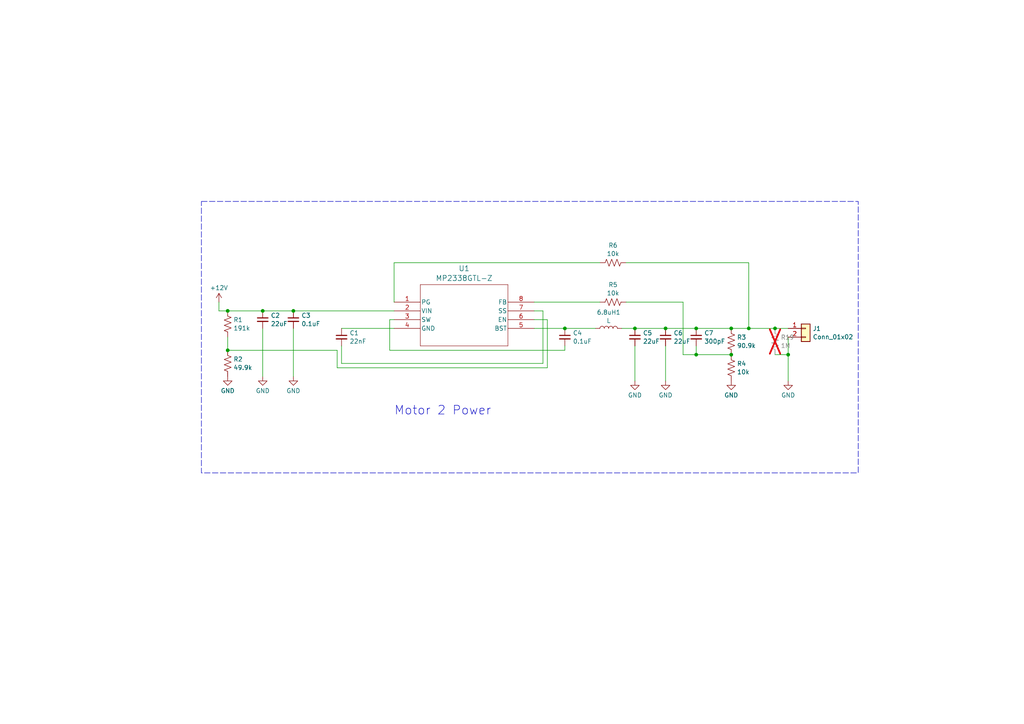
<source format=kicad_sch>
(kicad_sch (version 20230121) (generator eeschema)
  (paper "A4")
  (title_block (title "Motor 2 Power") (date "2025-02-24") (rev "v1.0") (company "By: Omkar Kulkarni"))
  (lib_symbols
    (symbol "Connector_Generic:Conn_01x02" (pin_names (offset 1.016) hide)
      (property "Reference" "J" (at 0 2.54 0))
      (property "Value" "Conn_01x02" (at 0 -5.08 0))
      (symbol "Conn_01x02_1_1"
        (rectangle (start -1.27 -2.413) (end 0 -2.667) (stroke (width 0.1524)))
        (rectangle (start -1.27 0.127) (end 0 -0.127) (stroke (width 0.1524)))
        (rectangle (start -1.27 1.27) (end 1.27 -3.81) (stroke (width 0.254)) (fill (type background)))
        (pin passive line (at -5.08 0 0) (length 3.81) (name "Pin_1") (number "1"))
        (pin passive line (at -5.08 -2.54 0) (length 3.81) (name "Pin_2") (number "2"))
      )
    )
    (symbol "Device:C_Small" (pin_numbers hide) (pin_names (offset 0.254) hide)
      (property "Reference" "C" (at 0.254 1.778 0))
      (property "Value" "C_Small" (at 0.254 -2.032 0))
      (symbol "C_Small_0_1"
        (polyline (pts (xy -1.524 -0.508) (xy 1.524 -0.508)) (stroke (width 0.3302)))
        (polyline (pts (xy -1.524 0.508) (xy 1.524 0.508)) (stroke (width 0.3048)))
      )
      (symbol "C_Small_1_1"
        (pin passive line (at 0 2.54 270) (length 2.032) (name "~") (number "1"))
        (pin passive line (at 0 -2.54 90) (length 2.032) (name "~") (number "2"))
      )
    )
    (symbol "Device:R_US" (pin_numbers hide) (pin_names (offset 0))
      (property "Reference" "R" (at 2.54 0 90))
      (property "Value" "R_US" (at -2.54 0 90))
      (symbol "R_US_0_1"
        (polyline (pts (xy 0 -2.286) (xy 0 -2.54)))
        (polyline (pts (xy 0 2.286) (xy 0 2.54)))
        (polyline (pts (xy 0 -0.762) (xy 1.016 -1.143) (xy 0 -1.524) (xy -1.016 -1.905) (xy 0 -2.286)))
        (polyline (pts (xy 0 0.762) (xy 1.016 0.381) (xy 0 0) (xy -1.016 -0.381) (xy 0 -0.762)))
        (polyline (pts (xy 0 2.286) (xy 1.016 1.905) (xy 0 1.524) (xy -1.016 1.143) (xy 0 0.762)))
      )
      (symbol "R_US_1_1"
        (pin passive line (at 0 3.81 270) (length 1.27) (name "~") (number "1"))
        (pin passive line (at 0 -3.81 90) (length 1.27) (name "~") (number "2"))
      )
    )
    (symbol "MP2338GTL-Z:MP2338GTL-Z" (pin_names (offset 0.254))
      (property "Reference" "U" (at 20.32 10.16 0))
      (property "Value" "MP2338GTL-Z" (at 20.32 7.62 0))
      (symbol "MP2338GTL-Z_0_1"
        (polyline (pts (xy 7.62 -12.7) (xy 33.02 -12.7)) (stroke (width 0.127)))
        (polyline (pts (xy 7.62 5.08) (xy 7.62 -12.7)) (stroke (width 0.127)))
        (polyline (pts (xy 33.02 -12.7) (xy 33.02 5.08)) (stroke (width 0.127)))
        (polyline (pts (xy 33.02 5.08) (xy 7.62 5.08)) (stroke (width 0.127)))
        (pin output line (at 0 0 0) (length 7.62) (name "PG") (number "1"))
        (pin power_in line (at 0 -2.54 0) (length 7.62) (name "VIN") (number "2"))
        (pin output line (at 0 -5.08 0) (length 7.62) (name "SW") (number "3"))
        (pin power_in line (at 0 -7.62 0) (length 7.62) (name "GND") (number "4"))
        (pin power_in line (at 40.64 -7.62 180) (length 7.62) (name "BST") (number "5"))
        (pin input line (at 40.64 -5.08 180) (length 7.62) (name "EN") (number "6"))
        (pin output line (at 40.64 0 180) (length 7.62) (name "FB") (number "8"))
      )
      (symbol "MP2338GTL-Z_1_1"
        (pin input line (at 40.64 -2.54 180) (length 7.62) (name "SS") (number "7"))
      )
    )
    (symbol "device:L" (pin_numbers hide) (pin_names (offset 1.016) hide)
      (property "Reference" "L" (at -1.27 0 90))
      (property "Value" "L" (at 1.905 0 90))
      (symbol "L_0_1"
        (arc (start 0 -2.54) (mid 0.6323 -1.905) (end 0 -1.27))
        (arc (start 0 -1.27) (mid 0.6323 -0.635) (end 0 0))
        (arc (start 0 0) (mid 0.6323 0.635) (end 0 1.27))
        (arc (start 0 1.27) (mid 0.6323 1.905) (end 0 2.54))
      )
      (symbol "L_1_1"
        (pin passive line (at 0 3.81 270) (length 1.27) (name "1") (number "1"))
        (pin passive line (at 0 -3.81 90) (length 1.27) (name "2") (number "2"))
      )
    )
    (symbol "power:+12V" (power) (pin_names (offset 0))
      (property "Value" "+12V" (at 0 3.556 0))
      (symbol "+12V_0_1"
        (polyline (pts (xy -0.762 1.27) (xy 0 2.54)))
        (polyline (pts (xy 0 0) (xy 0 2.54)))
        (polyline (pts (xy 0 2.54) (xy 0.762 1.27)))
      )
      (symbol "+12V_1_1"
        (pin power_in line (at 0 0 90) (length 0) hide (name "+12V") (number "1"))
      )
    )
    (symbol "power:GND" (power) (pin_names (offset 0))
      (property "Value" "GND" (at 0 -3.81 0))
      (symbol "GND_0_1"
        (polyline (pts (xy 0 0) (xy 0 -1.27) (xy 1.27 -1.27) (xy 0 -2.54) (xy -1.27 -1.27) (xy 0 -1.27)))
      )
      (symbol "GND_1_1"
        (pin power_in line (at 0 0 270) (length 0) hide (name "GND") (number "1"))
      )
    )
  )
  (junction (at 224.79 95.25))
  (junction (at 66.04 101.6))
  (junction (at 193.04 95.25))
  (junction (at 201.93 95.25))
  (junction (at 184.15 95.25))
  (junction (at 212.09 95.25))
  (junction (at 66.04 90.17))
  (junction (at 228.6 102.87))
  (junction (at 217.17 95.25))
  (junction (at 201.93 102.87))
  (junction (at 163.83 95.25))
  (junction (at 76.2 90.17))
  (junction (at 85.09 90.17))
  (junction (at 212.09 102.87))
  (wire (pts (xy 212.09 95.25) (xy 217.17 95.25)))
  (wire (pts (xy 198.12 87.63) (xy 198.12 102.87)))
  (wire (pts (xy 114.3 87.63) (xy 114.3 76.2)))
  (wire (pts (xy 228.6 102.87) (xy 228.6 110.49)))
  (wire (pts (xy 184.15 95.25) (xy 193.04 95.25)))
  (wire (pts (xy 113.03 92.71) (xy 114.3 92.71)))
  (wire (pts (xy 63.5 90.17) (xy 66.04 90.17)))
  (wire (pts (xy 158.75 106.68) (xy 158.75 92.71)))
  (wire (pts (xy 217.17 95.25) (xy 224.79 95.25)))
  (wire (pts (xy 181.61 87.63) (xy 198.12 87.63)))
  (wire (pts (xy 217.17 76.2) (xy 217.17 95.25)))
  (wire (pts (xy 63.5 87.63) (xy 63.5 90.17)))
  (wire (pts (xy 158.75 92.71) (xy 154.94 92.71)))
  (wire (pts (xy 76.2 95.25) (xy 76.2 109.22)))
  (wire (pts (xy 163.83 100.33) (xy 163.83 101.6)))
  (wire (pts (xy 201.93 102.87) (xy 212.09 102.87)))
  (wire (pts (xy 163.83 95.25) (xy 154.94 95.25)))
  (wire (pts (xy 113.03 101.6) (xy 113.03 92.71)))
  (wire (pts (xy 201.93 95.25) (xy 212.09 95.25)))
  (wire (pts (xy 66.04 90.17) (xy 76.2 90.17)))
  (wire (pts (xy 228.6 97.79) (xy 228.6 102.87)))
  (wire (pts (xy 198.12 102.87) (xy 201.93 102.87)))
  (wire (pts (xy 85.09 95.25) (xy 85.09 109.22)))
  (wire (pts (xy 224.79 95.25) (xy 228.6 95.25)))
  (wire (pts (xy 76.2 90.17) (xy 85.09 90.17)))
  (wire (pts (xy 99.06 100.33) (xy 99.06 105.41)))
  (wire (pts (xy 99.06 95.25) (xy 114.3 95.25)))
  (wire (pts (xy 193.04 95.25) (xy 201.93 95.25)))
  (wire (pts (xy 163.83 95.25) (xy 172.72 95.25)))
  (wire (pts (xy 97.79 101.6) (xy 97.79 106.68)))
  (wire (pts (xy 99.06 105.41) (xy 157.48 105.41)))
  (wire (pts (xy 66.04 97.79) (xy 66.04 101.6)))
  (wire (pts (xy 180.34 95.25) (xy 184.15 95.25)))
  (wire (pts (xy 157.48 90.17) (xy 154.94 90.17)))
  (wire (pts (xy 66.04 101.6) (xy 97.79 101.6)))
  (wire (pts (xy 157.48 105.41) (xy 157.48 90.17)))
  (wire (pts (xy 228.6 102.87) (xy 224.79 102.87)))
  (wire (pts (xy 113.03 101.6) (xy 163.83 101.6)))
  (wire (pts (xy 97.79 106.68) (xy 158.75 106.68)))
  (wire (pts (xy 114.3 76.2) (xy 173.99 76.2)))
  (wire (pts (xy 85.09 90.17) (xy 114.3 90.17)))
  (wire (pts (xy 201.93 100.33) (xy 201.93 102.87)))
  (wire (pts (xy 154.94 87.63) (xy 173.99 87.63)))
  (wire (pts (xy 184.15 100.33) (xy 184.15 110.49)))
  (wire (pts (xy 181.61 76.2) (xy 217.17 76.2)))
  (wire (pts (xy 193.04 100.33) (xy 193.04 110.49)))
  (rectangle (start 58.42 58.42) (end 248.92 137.16) (stroke (width 0) (type dash)))
  (text "Motor 2 Power" (at 114.3 120.65 0) (effects (font (size 2.54 2.54)) (justify left bottom)))
  (symbol (lib_id "power:GND") (at 228.6 110.49 0) (unit 1)
    (property "Reference" "#PWR09" (effects hide))
    (property "Value" "GND" (at 228.6 114.6231 0))
    (instances (project "power_v1.0" (path "" (reference "#PWR09") (unit 1)) (path "" (reference "#PWR016") (unit 1)) (path "" (reference "#PWR09") (unit 1)) (path "" (reference "#PWR024") (unit 1))))
  )
  (symbol (lib_id "power:GND") (at 193.04 110.49 0) (unit 1)
    (property "Reference" "#PWR07" (effects hide))
    (property "Value" "GND" (at 193.04 114.6231 0))
    (instances (project "power_v1.0" (path "" (reference "#PWR07") (unit 1)) (path "" (reference "#PWR014") (unit 1)) (path "" (reference "#PWR07") (unit 1)) (path "" (reference "#PWR022") (unit 1))))
  )
  (symbol (lib_id "Connector_Generic:Conn_01x02") (at 233.68 95.25 0) (unit 1)
    (property "Reference" "J1" (at 235.712 95.3079 0) (effects (justify left)))
    (property "Value" "Conn_01x02" (at 235.712 97.7321 0) (effects (justify left)))
    (instances (project "power_v1.0" (path "" (reference "J1") (unit 1)) (path "" (reference "J2") (unit 1)) (path "" (reference "J1") (unit 1)) (path "" (reference "J3") (unit 1))))
  )
  (symbol (lib_id "Device:C_Small") (at 163.83 97.79 0) (unit 1)
    (property "Reference" "C4" (at 166.1541 96.5842 0) (effects (justify left)))
    (property "Value" "0.1uF" (at 166.1541 99.0084 0) (effects (justify left)))
    (instances (project "power_v1.0" (path "" (reference "C4") (unit 1)) (path "" (reference "C11") (unit 1)) (path "" (reference "C4") (unit 1)) (path "" (reference "C18") (unit 1))))
  )
  (symbol (lib_id "Device:C_Small") (at 76.2 92.71 0) (unit 1)
    (property "Reference" "C2" (at 78.5241 91.5042 0) (effects (justify left)))
    (property "Value" "22uF" (at 78.5241 93.9284 0) (effects (justify left)))
    (instances (project "power_v1.0" (path "" (reference "C2") (unit 1)) (path "" (reference "C8") (unit 1)) (path "" (reference "C1") (unit 1)) (path "" (reference "C15") (unit 1))))
  )
  (symbol (lib_id "Device:C_Small") (at 201.93 97.79 0) (unit 1)
    (property "Reference" "C7" (at 204.2541 96.5842 0) (effects (justify left)))
    (property "Value" "300pF" (at 204.2541 99.0084 0) (effects (justify left)))
    (instances (project "power_v1.0" (path "" (reference "C7") (unit 1)) (path "" (reference "C14") (unit 1)) (path "" (reference "C7") (unit 1)) (path "" (reference "C21") (unit 1))))
  )
  (symbol (lib_id "Device:R_US") (at 66.04 93.98 0) (unit 1)
    (property "Reference" "R1" (at 67.691 92.7679 0) (effects (justify left)))
    (property "Value" "191k" (at 67.691 95.1921 0) (effects (justify left)))
    (instances (project "power_v1.0" (path "" (reference "R1") (unit 1)) (path "" (reference "R7") (unit 1)) (path "" (reference "R1") (unit 1)) (path "" (reference "R13") (unit 1))))
  )
  (symbol (lib_id "power:GND") (at 66.04 109.22 0) (unit 1)
    (property "Reference" "#PWR04" (effects hide))
    (property "Value" "GND" (at 66.04 113.3531 0))
    (instances (project "power_v1.0" (path "" (reference "#PWR04") (unit 1)) (path "" (reference "#PWR010") (unit 1)) (path "" (reference "#PWR02") (unit 1)) (path "" (reference "#PWR018") (unit 1))))
  )
  (symbol (lib_id "Device:C_Small") (at 193.04 97.79 0) (unit 1)
    (property "Reference" "C6" (at 195.3641 96.5842 0) (effects (justify left)))
    (property "Value" "22uF" (at 195.3641 99.0084 0) (effects (justify left)))
    (instances (project "power_v1.0" (path "" (reference "C6") (unit 1)) (path "" (reference "C13") (unit 1)) (path "" (reference "C6") (unit 1)) (path "" (reference "C20") (unit 1))))
  )
  (symbol (lib_id "Device:R_US") (at 224.79 99.06 0) (unit 1) (dnp yes)
    (property "Reference" "R19" (at 226.441 97.8479 0) (effects (justify left)))
    (property "Value" "1M" (at 226.441 100.2721 0) (effects (justify left)))
  )
  (symbol (lib_id "power:GND") (at 184.15 110.49 0) (unit 1)
    (property "Reference" "#PWR08" (effects hide))
    (property "Value" "GND" (at 184.15 114.6231 0))
    (instances (project "power_v1.0" (path "" (reference "#PWR08") (unit 1)) (path "" (reference "#PWR013") (unit 1)) (path "" (reference "#PWR06") (unit 1)) (path "" (reference "#PWR021") (unit 1))))
  )
  (symbol (lib_id "MP2338GTL-Z:MP2338GTL-Z") (at 114.3 87.63 0) (unit 1)
    (property "Reference" "U1" (at 134.62 77.8563 0) (effects (font (size 1.524 1.524))))
    (property "Value" "MP2338GTL-Z" (at 134.62 80.6891 0) (effects (font (size 1.524 1.524))))
    (property "Footprint" "SOT583_MP2338_MNP" (effects hide))
    (property "Datasheet" "MP2338GTL-Z" (effects hide))
    (instances (project "power_v1.0" (path "" (reference "U1") (unit 1)) (path "" (reference "U2") (unit 1)) (path "" (reference "U1") (unit 1)) (path "" (reference "U3") (unit 1))))
  )
  (symbol (lib_id "Device:R_US") (at 212.09 99.06 0) (unit 1)
    (property "Reference" "R3" (at 213.741 97.8479 0) (effects (justify left)))
    (property "Value" "90.9k" (at 213.741 100.2721 0) (effects (justify left)))
    (instances (project "power_v1.0" (path "" (reference "R3") (unit 1)) (path "" (reference "R11") (unit 1)) (path "" (reference "R5") (unit 1)) (path "" (reference "R17") (unit 1))))
  )
  (symbol (lib_id "device:L") (at 176.53 95.25 90) (unit 1)
    (property "Reference" "6.8uH1" (at 176.53 90.6004 90))
    (property "Value" "L" (at 176.53 93.0246 90))
    (instances (project "power_v1.0" (path "" (reference "6.8uH1") (unit 1)) (path "" (reference "6.8uH2") (unit 1)) (path "" (reference "6.8uH1") (unit 1)) (path "" (reference "6.8uH3") (unit 1))))
  )
  (symbol (lib_id "power:+12V") (at 63.5 87.63 0) (unit 1)
    (property "Reference" "#PWR03" (effects hide))
    (property "Value" "+12V" (at 63.5 83.4969 0))
    (instances (project "power_v1.0" (path "" (reference "#PWR03") (unit 1)) (path "" (reference "#PWR05") (unit 1)) (path "" (reference "#PWR01") (unit 1)) (path "" (reference "#PWR017") (unit 1))))
  )
  (symbol (lib_id "Device:R_US") (at 177.8 76.2 90) (unit 1)
    (property "Reference" "R6" (at 177.8 71.1667 90))
    (property "Value" "10k" (at 177.8 73.5909 90))
    (instances (project "power_v1.0" (path "" (reference "R6") (unit 1)) (path "" (reference "R9") (unit 1)) (path "" (reference "R3") (unit 1)) (path "" (reference "R15") (unit 1))))
  )
  (symbol (lib_id "Device:R_US") (at 66.04 105.41 0) (unit 1)
    (property "Reference" "R2" (at 67.691 104.1979 0) (effects (justify left)))
    (property "Value" "49.9k" (at 67.691 106.6221 0) (effects (justify left)))
    (instances (project "power_v1.0" (path "" (reference "R2") (unit 1)) (path "" (reference "R8") (unit 1)) (path "" (reference "R2") (unit 1)) (path "" (reference "R14") (unit 1))))
  )
  (symbol (lib_id "Device:C_Small") (at 99.06 97.79 0) (unit 1)
    (property "Reference" "C1" (at 101.3841 96.5842 0) (effects (justify left)))
    (property "Value" "22nF" (at 101.3841 99.0084 0) (effects (justify left)))
    (instances (project "power_v1.0" (path "" (reference "C1") (unit 1)) (path "" (reference "C10") (unit 1)) (path "" (reference "C3") (unit 1)) (path "" (reference "C17") (unit 1))))
  )
  (symbol (lib_id "Device:C_Small") (at 85.09 92.71 0) (unit 1)
    (property "Reference" "C3" (at 87.4141 91.5042 0) (effects (justify left)))
    (property "Value" "0.1uF" (at 87.4141 93.9284 0) (effects (justify left)))
    (instances (project "power_v1.0" (path "" (reference "C3") (unit 1)) (path "" (reference "C9") (unit 1)) (path "" (reference "C2") (unit 1)) (path "" (reference "C16") (unit 1))))
  )
  (symbol (lib_id "Device:R_US") (at 212.09 106.68 0) (unit 1)
    (property "Reference" "R4" (at 213.741 105.4679 0) (effects (justify left)))
    (property "Value" "10k" (at 213.741 107.8921 0) (effects (justify left)))
    (instances (project "power_v1.0" (path "" (reference "R4") (unit 1)) (path "" (reference "R12") (unit 1)) (path "" (reference "R6") (unit 1)) (path "" (reference "R18") (unit 1))))
  )
  (symbol (lib_id "power:GND") (at 76.2 109.22 0) (unit 1)
    (property "Reference" "#PWR01" (effects hide))
    (property "Value" "GND" (at 76.2 113.3531 0))
    (instances (project "power_v1.0" (path "" (reference "#PWR01") (unit 1)) (path "" (reference "#PWR011") (unit 1)) (path "" (reference "#PWR03") (unit 1)) (path "" (reference "#PWR019") (unit 1))))
  )
  (symbol (lib_id "Device:C_Small") (at 184.15 97.79 0) (unit 1)
    (property "Reference" "C5" (at 186.4741 96.5842 0) (effects (justify left)))
    (property "Value" "22uF" (at 186.4741 99.0084 0) (effects (justify left)))
    (instances (project "power_v1.0" (path "" (reference "C5") (unit 1)) (path "" (reference "C12") (unit 1)) (path "" (reference "C5") (unit 1)) (path "" (reference "C19") (unit 1))))
  )
  (symbol (lib_id "Device:R_US") (at 177.8 87.63 90) (unit 1)
    (property "Reference" "R5" (at 177.8 82.5967 90))
    (property "Value" "10k" (at 177.8 85.0209 90))
    (instances (project "power_v1.0" (path "" (reference "R5") (unit 1)) (path "" (reference "R10") (unit 1)) (path "" (reference "R4") (unit 1)) (path "" (reference "R16") (unit 1))))
  )
  (symbol (lib_id "power:GND") (at 212.09 110.49 0) (unit 1)
    (property "Reference" "#PWR06" (effects hide))
    (property "Value" "GND" (at 212.09 114.6231 0))
    (instances (project "power_v1.0" (path "" (reference "#PWR06") (unit 1)) (path "" (reference "#PWR015") (unit 1)) (path "" (reference "#PWR08") (unit 1)) (path "" (reference "#PWR023") (unit 1))))
  )
  (symbol (lib_id "power:GND") (at 85.09 109.22 0) (unit 1)
    (property "Reference" "#PWR02" (effects hide))
    (property "Value" "GND" (at 85.09 113.3531 0))
    (instances (project "power_v1.0" (path "" (reference "#PWR02") (unit 1)) (path "" (reference "#PWR012") (unit 1)) (path "" (reference "#PWR04") (unit 1)) (path "" (reference "#PWR020") (unit 1))))
  )
)
</source>
